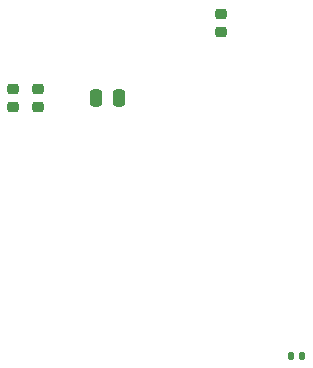
<source format=gbp>
%TF.GenerationSoftware,KiCad,Pcbnew,9.0.0*%
%TF.CreationDate,2025-04-03T16:38:41+02:00*%
%TF.ProjectId,PCB_projetV2,5043425f-7072-46f6-9a65-7456322e6b69,03/04/2025*%
%TF.SameCoordinates,Original*%
%TF.FileFunction,Paste,Bot*%
%TF.FilePolarity,Positive*%
%FSLAX46Y46*%
G04 Gerber Fmt 4.6, Leading zero omitted, Abs format (unit mm)*
G04 Created by KiCad (PCBNEW 9.0.0) date 2025-04-03 16:38:41*
%MOMM*%
%LPD*%
G01*
G04 APERTURE LIST*
G04 Aperture macros list*
%AMRoundRect*
0 Rectangle with rounded corners*
0 $1 Rounding radius*
0 $2 $3 $4 $5 $6 $7 $8 $9 X,Y pos of 4 corners*
0 Add a 4 corners polygon primitive as box body*
4,1,4,$2,$3,$4,$5,$6,$7,$8,$9,$2,$3,0*
0 Add four circle primitives for the rounded corners*
1,1,$1+$1,$2,$3*
1,1,$1+$1,$4,$5*
1,1,$1+$1,$6,$7*
1,1,$1+$1,$8,$9*
0 Add four rect primitives between the rounded corners*
20,1,$1+$1,$2,$3,$4,$5,0*
20,1,$1+$1,$4,$5,$6,$7,0*
20,1,$1+$1,$6,$7,$8,$9,0*
20,1,$1+$1,$8,$9,$2,$3,0*%
G04 Aperture macros list end*
%ADD10RoundRect,0.225000X-0.250000X0.225000X-0.250000X-0.225000X0.250000X-0.225000X0.250000X0.225000X0*%
%ADD11RoundRect,0.140000X0.140000X0.170000X-0.140000X0.170000X-0.140000X-0.170000X0.140000X-0.170000X0*%
%ADD12RoundRect,0.250000X-0.250000X-0.475000X0.250000X-0.475000X0.250000X0.475000X-0.250000X0.475000X0*%
%ADD13RoundRect,0.225000X0.250000X-0.225000X0.250000X0.225000X-0.250000X0.225000X-0.250000X-0.225000X0*%
G04 APERTURE END LIST*
D10*
X149800000Y-84525000D03*
X149800000Y-86075000D03*
D11*
X172160000Y-107090000D03*
X171200000Y-107090000D03*
D10*
X147700000Y-84525000D03*
X147700000Y-86075000D03*
D12*
X154750000Y-85300000D03*
X156650000Y-85300000D03*
D13*
X165340000Y-79715000D03*
X165340000Y-78165000D03*
M02*

</source>
